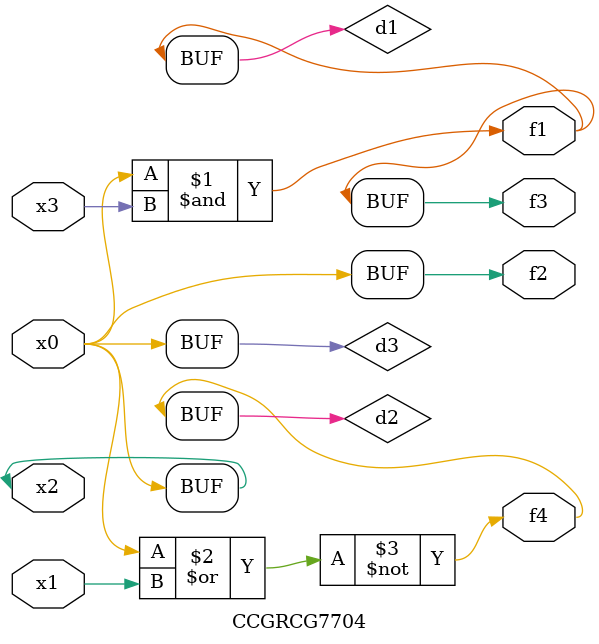
<source format=v>
module CCGRCG7704(
	input x0, x1, x2, x3,
	output f1, f2, f3, f4
);

	wire d1, d2, d3;

	and (d1, x2, x3);
	nor (d2, x0, x1);
	buf (d3, x0, x2);
	assign f1 = d1;
	assign f2 = d3;
	assign f3 = d1;
	assign f4 = d2;
endmodule

</source>
